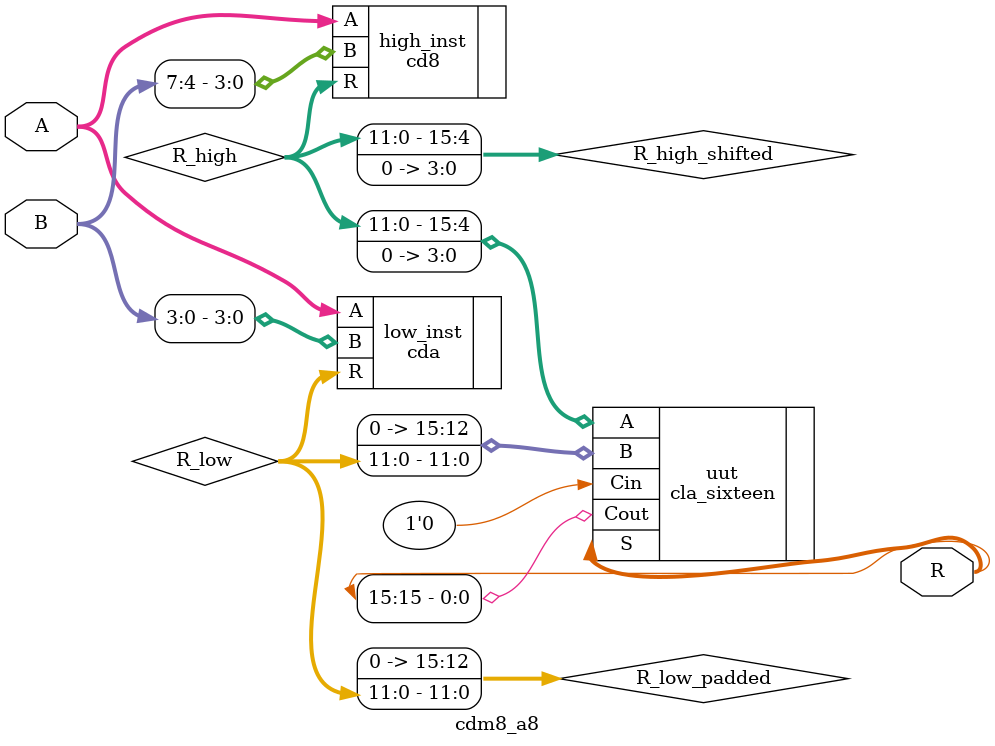
<source format=v>
`include "cda.v"
`include "cd8.v"
`include "cla_sixteen.v"


module cdm8_a8 (
    input [7:0] A,         // Input array A, 8 bits wide
    input [7:0] B,         // Input array B, 8 bits wide
    output [15:0] R        // Output array R, 16 bits wide
);

wire [11:0] R_low, R_high;
wire [15:0] R_high_shifted,R_low_padded;
wire useless;

// Instantiate the Arraymul_eight_four module for the least significant bits of B
cda low_inst (
    .A(A),                 // Connect input array A
    .B(B[3:0]),            // Connect least significant 4 bits of input array B
    .R(R_low)              // Connect output array R_low
);

// Instantiate the Arraymul_eight_four module for the most significant bits of B
cd8 high_inst (
    .A(A),                 // Connect input array A
    .B(B[7:4]),            // Connect most significant 4 bits of input array B
    .R(R_high)             // Connect output array R_high
);

// Concatenate the results to form the output array R

// Left shift R_high by 4 bits (equivalent to multiplying by 16)
assign R_high_shifted = {R_high, 4'b0};

// Pad R_low with 4 additional zero bits
assign R_low_padded = {4'b0, R_low};

// Instantiate cla_sixteen module with required connections
cla_sixteen uut (
    .A(R_high_shifted),  // Connect R_high_shifted as A
    .B(R_low_padded),    // Connect R_low_padded as B
    .Cin(1'b0),          // Connect Cin as 0
    .S(R[15:0]),         // Connect lower 16 bits of output R as S
    .Cout(R[15])         // Connect Cout of cla_sixteen as Cout
);


endmodule

</source>
